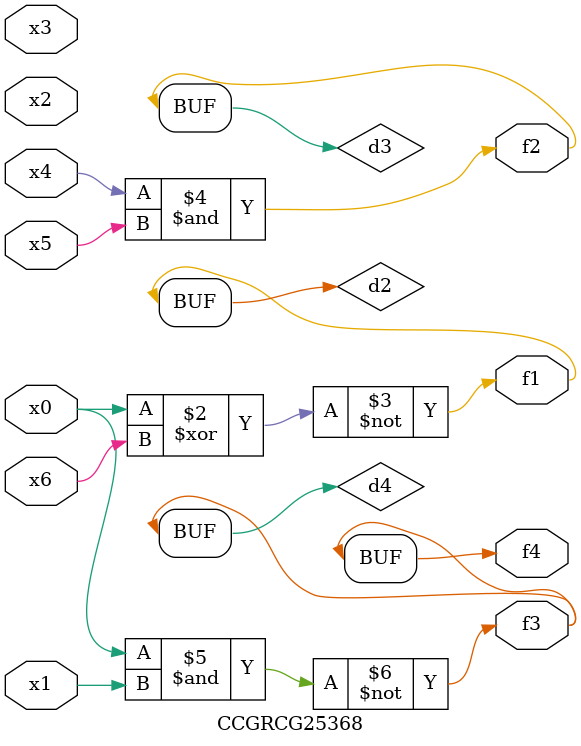
<source format=v>
module CCGRCG25368(
	input x0, x1, x2, x3, x4, x5, x6,
	output f1, f2, f3, f4
);

	wire d1, d2, d3, d4;

	nor (d1, x0);
	xnor (d2, x0, x6);
	and (d3, x4, x5);
	nand (d4, x0, x1);
	assign f1 = d2;
	assign f2 = d3;
	assign f3 = d4;
	assign f4 = d4;
endmodule

</source>
